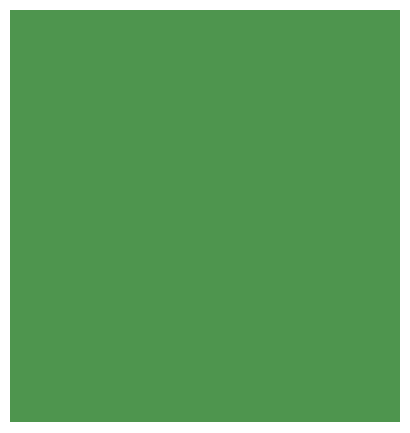
<source format=gbr>
G04 ===== Begin FILE IDENTIFICATION =====*
G04 File Format:  Gerber RS274X*
G04 ===== End FILE IDENTIFICATION =====*
%FSLAX24Y24*%
%MOIN*%
%SFA1.0000B1.0000*%
%OFA0.0B0.0*%
%ADD14R,1.301000X1.376570*%
%LNcond2*%
%IPPOS*%
%LPD*%
G75*
D14*
X6495Y-3917D03*
M02*


</source>
